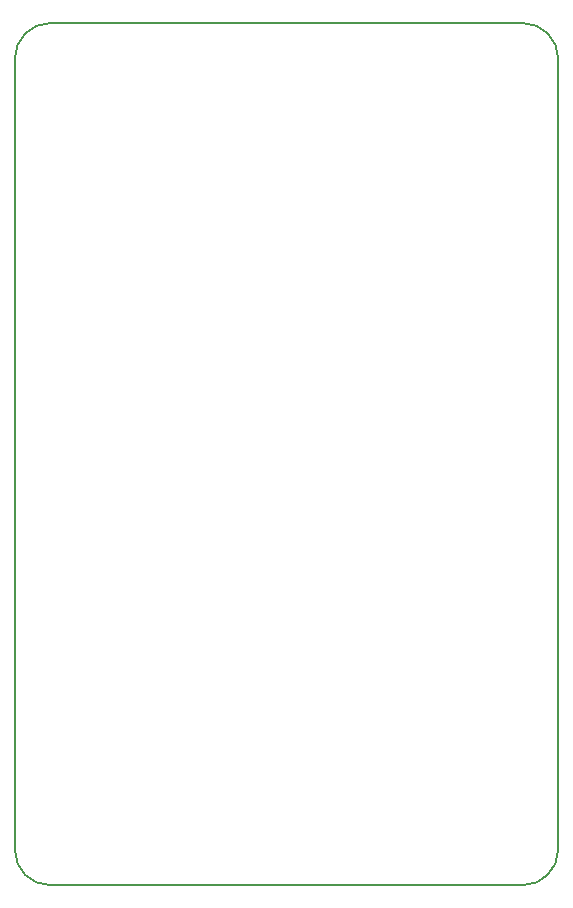
<source format=gm1>
%TF.GenerationSoftware,KiCad,Pcbnew,7.0.8*%
%TF.CreationDate,2025-03-27T12:51:53-03:00*%
%TF.ProjectId,on_off_module_x1,6f6e5f6f-6666-45f6-9d6f-64756c655f78,2.0*%
%TF.SameCoordinates,Original*%
%TF.FileFunction,Profile,NP*%
%FSLAX46Y46*%
G04 Gerber Fmt 4.6, Leading zero omitted, Abs format (unit mm)*
G04 Created by KiCad (PCBNEW 7.0.8) date 2025-03-27 12:51:53*
%MOMM*%
%LPD*%
G01*
G04 APERTURE LIST*
%TA.AperFunction,Profile*%
%ADD10C,0.200000*%
%TD*%
G04 APERTURE END LIST*
D10*
X128533000Y-65035001D02*
X168533000Y-65035001D01*
X125532999Y-135035001D02*
G75*
G03*
X128533000Y-138035001I2999901J-99D01*
G01*
X125533000Y-135035001D02*
X125533000Y-68035001D01*
X128533000Y-138035001D02*
X168533000Y-138035001D01*
X171533000Y-68035001D02*
X171533000Y-135035001D01*
X171532999Y-68035001D02*
G75*
G03*
X168533000Y-65035001I-2999899J101D01*
G01*
X128533000Y-65035000D02*
G75*
G03*
X125533000Y-68035001I0J-3000000D01*
G01*
X168533000Y-138035000D02*
G75*
G03*
X171533000Y-135035001I0J3000000D01*
G01*
M02*

</source>
